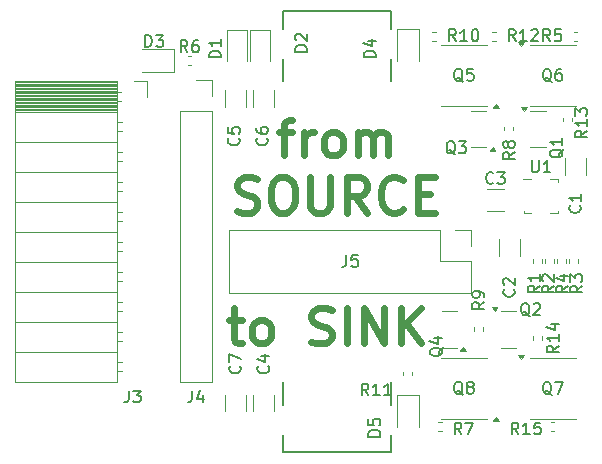
<source format=gto>
G04 #@! TF.GenerationSoftware,KiCad,Pcbnew,9.0.1-unknown-1000.20250414git3fadd20.fc41*
G04 #@! TF.CreationDate,2025-04-20T13:35:24-07:00*
G04 #@! TF.ProjectId,usb-pd-plank,7573622d-7064-42d7-906c-616e6b2e6b69,rev?*
G04 #@! TF.SameCoordinates,Original*
G04 #@! TF.FileFunction,Legend,Top*
G04 #@! TF.FilePolarity,Positive*
%FSLAX46Y46*%
G04 Gerber Fmt 4.6, Leading zero omitted, Abs format (unit mm)*
G04 Created by KiCad (PCBNEW 9.0.1-unknown-1000.20250414git3fadd20.fc41) date 2025-04-20 13:35:24*
%MOMM*%
%LPD*%
G01*
G04 APERTURE LIST*
%ADD10C,0.600000*%
%ADD11C,0.150000*%
%ADD12C,0.120000*%
G04 APERTURE END LIST*
D10*
X47042857Y-91541741D02*
X48185714Y-91541741D01*
X47471428Y-93541741D02*
X47471428Y-90970312D01*
X47471428Y-90970312D02*
X47614285Y-90684598D01*
X47614285Y-90684598D02*
X47900000Y-90541741D01*
X47900000Y-90541741D02*
X48185714Y-90541741D01*
X49185714Y-93541741D02*
X49185714Y-91541741D01*
X49185714Y-92113169D02*
X49328571Y-91827455D01*
X49328571Y-91827455D02*
X49471429Y-91684598D01*
X49471429Y-91684598D02*
X49757143Y-91541741D01*
X49757143Y-91541741D02*
X50042857Y-91541741D01*
X51471429Y-93541741D02*
X51185714Y-93398884D01*
X51185714Y-93398884D02*
X51042857Y-93256026D01*
X51042857Y-93256026D02*
X50900000Y-92970312D01*
X50900000Y-92970312D02*
X50900000Y-92113169D01*
X50900000Y-92113169D02*
X51042857Y-91827455D01*
X51042857Y-91827455D02*
X51185714Y-91684598D01*
X51185714Y-91684598D02*
X51471429Y-91541741D01*
X51471429Y-91541741D02*
X51900000Y-91541741D01*
X51900000Y-91541741D02*
X52185714Y-91684598D01*
X52185714Y-91684598D02*
X52328572Y-91827455D01*
X52328572Y-91827455D02*
X52471429Y-92113169D01*
X52471429Y-92113169D02*
X52471429Y-92970312D01*
X52471429Y-92970312D02*
X52328572Y-93256026D01*
X52328572Y-93256026D02*
X52185714Y-93398884D01*
X52185714Y-93398884D02*
X51900000Y-93541741D01*
X51900000Y-93541741D02*
X51471429Y-93541741D01*
X53757143Y-93541741D02*
X53757143Y-91541741D01*
X53757143Y-91827455D02*
X53900000Y-91684598D01*
X53900000Y-91684598D02*
X54185715Y-91541741D01*
X54185715Y-91541741D02*
X54614286Y-91541741D01*
X54614286Y-91541741D02*
X54900000Y-91684598D01*
X54900000Y-91684598D02*
X55042858Y-91970312D01*
X55042858Y-91970312D02*
X55042858Y-93541741D01*
X55042858Y-91970312D02*
X55185715Y-91684598D01*
X55185715Y-91684598D02*
X55471429Y-91541741D01*
X55471429Y-91541741D02*
X55900000Y-91541741D01*
X55900000Y-91541741D02*
X56185715Y-91684598D01*
X56185715Y-91684598D02*
X56328572Y-91970312D01*
X56328572Y-91970312D02*
X56328572Y-93541741D01*
X43542857Y-98228716D02*
X43971429Y-98371573D01*
X43971429Y-98371573D02*
X44685714Y-98371573D01*
X44685714Y-98371573D02*
X44971429Y-98228716D01*
X44971429Y-98228716D02*
X45114286Y-98085858D01*
X45114286Y-98085858D02*
X45257143Y-97800144D01*
X45257143Y-97800144D02*
X45257143Y-97514430D01*
X45257143Y-97514430D02*
X45114286Y-97228716D01*
X45114286Y-97228716D02*
X44971429Y-97085858D01*
X44971429Y-97085858D02*
X44685714Y-96943001D01*
X44685714Y-96943001D02*
X44114286Y-96800144D01*
X44114286Y-96800144D02*
X43828571Y-96657287D01*
X43828571Y-96657287D02*
X43685714Y-96514430D01*
X43685714Y-96514430D02*
X43542857Y-96228716D01*
X43542857Y-96228716D02*
X43542857Y-95943001D01*
X43542857Y-95943001D02*
X43685714Y-95657287D01*
X43685714Y-95657287D02*
X43828571Y-95514430D01*
X43828571Y-95514430D02*
X44114286Y-95371573D01*
X44114286Y-95371573D02*
X44828571Y-95371573D01*
X44828571Y-95371573D02*
X45257143Y-95514430D01*
X47114286Y-95371573D02*
X47685714Y-95371573D01*
X47685714Y-95371573D02*
X47971429Y-95514430D01*
X47971429Y-95514430D02*
X48257143Y-95800144D01*
X48257143Y-95800144D02*
X48400000Y-96371573D01*
X48400000Y-96371573D02*
X48400000Y-97371573D01*
X48400000Y-97371573D02*
X48257143Y-97943001D01*
X48257143Y-97943001D02*
X47971429Y-98228716D01*
X47971429Y-98228716D02*
X47685714Y-98371573D01*
X47685714Y-98371573D02*
X47114286Y-98371573D01*
X47114286Y-98371573D02*
X46828572Y-98228716D01*
X46828572Y-98228716D02*
X46542857Y-97943001D01*
X46542857Y-97943001D02*
X46400000Y-97371573D01*
X46400000Y-97371573D02*
X46400000Y-96371573D01*
X46400000Y-96371573D02*
X46542857Y-95800144D01*
X46542857Y-95800144D02*
X46828572Y-95514430D01*
X46828572Y-95514430D02*
X47114286Y-95371573D01*
X49685714Y-95371573D02*
X49685714Y-97800144D01*
X49685714Y-97800144D02*
X49828571Y-98085858D01*
X49828571Y-98085858D02*
X49971429Y-98228716D01*
X49971429Y-98228716D02*
X50257143Y-98371573D01*
X50257143Y-98371573D02*
X50828571Y-98371573D01*
X50828571Y-98371573D02*
X51114286Y-98228716D01*
X51114286Y-98228716D02*
X51257143Y-98085858D01*
X51257143Y-98085858D02*
X51400000Y-97800144D01*
X51400000Y-97800144D02*
X51400000Y-95371573D01*
X54542857Y-98371573D02*
X53542857Y-96943001D01*
X52828571Y-98371573D02*
X52828571Y-95371573D01*
X52828571Y-95371573D02*
X53971428Y-95371573D01*
X53971428Y-95371573D02*
X54257143Y-95514430D01*
X54257143Y-95514430D02*
X54400000Y-95657287D01*
X54400000Y-95657287D02*
X54542857Y-95943001D01*
X54542857Y-95943001D02*
X54542857Y-96371573D01*
X54542857Y-96371573D02*
X54400000Y-96657287D01*
X54400000Y-96657287D02*
X54257143Y-96800144D01*
X54257143Y-96800144D02*
X53971428Y-96943001D01*
X53971428Y-96943001D02*
X52828571Y-96943001D01*
X57542857Y-98085858D02*
X57400000Y-98228716D01*
X57400000Y-98228716D02*
X56971428Y-98371573D01*
X56971428Y-98371573D02*
X56685714Y-98371573D01*
X56685714Y-98371573D02*
X56257143Y-98228716D01*
X56257143Y-98228716D02*
X55971428Y-97943001D01*
X55971428Y-97943001D02*
X55828571Y-97657287D01*
X55828571Y-97657287D02*
X55685714Y-97085858D01*
X55685714Y-97085858D02*
X55685714Y-96657287D01*
X55685714Y-96657287D02*
X55828571Y-96085858D01*
X55828571Y-96085858D02*
X55971428Y-95800144D01*
X55971428Y-95800144D02*
X56257143Y-95514430D01*
X56257143Y-95514430D02*
X56685714Y-95371573D01*
X56685714Y-95371573D02*
X56971428Y-95371573D01*
X56971428Y-95371573D02*
X57400000Y-95514430D01*
X57400000Y-95514430D02*
X57542857Y-95657287D01*
X58828571Y-96800144D02*
X59828571Y-96800144D01*
X60257143Y-98371573D02*
X58828571Y-98371573D01*
X58828571Y-98371573D02*
X58828571Y-95371573D01*
X58828571Y-95371573D02*
X60257143Y-95371573D01*
X42814286Y-107456657D02*
X43957143Y-107456657D01*
X43242857Y-106456657D02*
X43242857Y-109028085D01*
X43242857Y-109028085D02*
X43385714Y-109313800D01*
X43385714Y-109313800D02*
X43671429Y-109456657D01*
X43671429Y-109456657D02*
X43957143Y-109456657D01*
X45385715Y-109456657D02*
X45100000Y-109313800D01*
X45100000Y-109313800D02*
X44957143Y-109170942D01*
X44957143Y-109170942D02*
X44814286Y-108885228D01*
X44814286Y-108885228D02*
X44814286Y-108028085D01*
X44814286Y-108028085D02*
X44957143Y-107742371D01*
X44957143Y-107742371D02*
X45100000Y-107599514D01*
X45100000Y-107599514D02*
X45385715Y-107456657D01*
X45385715Y-107456657D02*
X45814286Y-107456657D01*
X45814286Y-107456657D02*
X46100000Y-107599514D01*
X46100000Y-107599514D02*
X46242858Y-107742371D01*
X46242858Y-107742371D02*
X46385715Y-108028085D01*
X46385715Y-108028085D02*
X46385715Y-108885228D01*
X46385715Y-108885228D02*
X46242858Y-109170942D01*
X46242858Y-109170942D02*
X46100000Y-109313800D01*
X46100000Y-109313800D02*
X45814286Y-109456657D01*
X45814286Y-109456657D02*
X45385715Y-109456657D01*
X49814286Y-109313800D02*
X50242858Y-109456657D01*
X50242858Y-109456657D02*
X50957143Y-109456657D01*
X50957143Y-109456657D02*
X51242858Y-109313800D01*
X51242858Y-109313800D02*
X51385715Y-109170942D01*
X51385715Y-109170942D02*
X51528572Y-108885228D01*
X51528572Y-108885228D02*
X51528572Y-108599514D01*
X51528572Y-108599514D02*
X51385715Y-108313800D01*
X51385715Y-108313800D02*
X51242858Y-108170942D01*
X51242858Y-108170942D02*
X50957143Y-108028085D01*
X50957143Y-108028085D02*
X50385715Y-107885228D01*
X50385715Y-107885228D02*
X50100000Y-107742371D01*
X50100000Y-107742371D02*
X49957143Y-107599514D01*
X49957143Y-107599514D02*
X49814286Y-107313800D01*
X49814286Y-107313800D02*
X49814286Y-107028085D01*
X49814286Y-107028085D02*
X49957143Y-106742371D01*
X49957143Y-106742371D02*
X50100000Y-106599514D01*
X50100000Y-106599514D02*
X50385715Y-106456657D01*
X50385715Y-106456657D02*
X51100000Y-106456657D01*
X51100000Y-106456657D02*
X51528572Y-106599514D01*
X52814286Y-109456657D02*
X52814286Y-106456657D01*
X54242857Y-109456657D02*
X54242857Y-106456657D01*
X54242857Y-106456657D02*
X55957143Y-109456657D01*
X55957143Y-109456657D02*
X55957143Y-106456657D01*
X57385714Y-109456657D02*
X57385714Y-106456657D01*
X59100000Y-109456657D02*
X57814286Y-107742371D01*
X59100000Y-106456657D02*
X57385714Y-108170942D01*
D11*
X69154819Y-104566666D02*
X68678628Y-104899999D01*
X69154819Y-105138094D02*
X68154819Y-105138094D01*
X68154819Y-105138094D02*
X68154819Y-104757142D01*
X68154819Y-104757142D02*
X68202438Y-104661904D01*
X68202438Y-104661904D02*
X68250057Y-104614285D01*
X68250057Y-104614285D02*
X68345295Y-104566666D01*
X68345295Y-104566666D02*
X68488152Y-104566666D01*
X68488152Y-104566666D02*
X68583390Y-104614285D01*
X68583390Y-104614285D02*
X68631009Y-104661904D01*
X68631009Y-104661904D02*
X68678628Y-104757142D01*
X68678628Y-104757142D02*
X68678628Y-105138094D01*
X69154819Y-103614285D02*
X69154819Y-104185713D01*
X69154819Y-103899999D02*
X68154819Y-103899999D01*
X68154819Y-103899999D02*
X68297676Y-103995237D01*
X68297676Y-103995237D02*
X68392914Y-104090475D01*
X68392914Y-104090475D02*
X68440533Y-104185713D01*
X70154761Y-87300057D02*
X70059523Y-87252438D01*
X70059523Y-87252438D02*
X69964285Y-87157200D01*
X69964285Y-87157200D02*
X69821428Y-87014342D01*
X69821428Y-87014342D02*
X69726190Y-86966723D01*
X69726190Y-86966723D02*
X69630952Y-86966723D01*
X69678571Y-87204819D02*
X69583333Y-87157200D01*
X69583333Y-87157200D02*
X69488095Y-87061961D01*
X69488095Y-87061961D02*
X69440476Y-86871485D01*
X69440476Y-86871485D02*
X69440476Y-86538152D01*
X69440476Y-86538152D02*
X69488095Y-86347676D01*
X69488095Y-86347676D02*
X69583333Y-86252438D01*
X69583333Y-86252438D02*
X69678571Y-86204819D01*
X69678571Y-86204819D02*
X69869047Y-86204819D01*
X69869047Y-86204819D02*
X69964285Y-86252438D01*
X69964285Y-86252438D02*
X70059523Y-86347676D01*
X70059523Y-86347676D02*
X70107142Y-86538152D01*
X70107142Y-86538152D02*
X70107142Y-86871485D01*
X70107142Y-86871485D02*
X70059523Y-87061961D01*
X70059523Y-87061961D02*
X69964285Y-87157200D01*
X69964285Y-87157200D02*
X69869047Y-87204819D01*
X69869047Y-87204819D02*
X69678571Y-87204819D01*
X70964285Y-86204819D02*
X70773809Y-86204819D01*
X70773809Y-86204819D02*
X70678571Y-86252438D01*
X70678571Y-86252438D02*
X70630952Y-86300057D01*
X70630952Y-86300057D02*
X70535714Y-86442914D01*
X70535714Y-86442914D02*
X70488095Y-86633390D01*
X70488095Y-86633390D02*
X70488095Y-87014342D01*
X70488095Y-87014342D02*
X70535714Y-87109580D01*
X70535714Y-87109580D02*
X70583333Y-87157200D01*
X70583333Y-87157200D02*
X70678571Y-87204819D01*
X70678571Y-87204819D02*
X70869047Y-87204819D01*
X70869047Y-87204819D02*
X70964285Y-87157200D01*
X70964285Y-87157200D02*
X71011904Y-87109580D01*
X71011904Y-87109580D02*
X71059523Y-87014342D01*
X71059523Y-87014342D02*
X71059523Y-86776247D01*
X71059523Y-86776247D02*
X71011904Y-86681009D01*
X71011904Y-86681009D02*
X70964285Y-86633390D01*
X70964285Y-86633390D02*
X70869047Y-86585771D01*
X70869047Y-86585771D02*
X70678571Y-86585771D01*
X70678571Y-86585771D02*
X70583333Y-86633390D01*
X70583333Y-86633390D02*
X70535714Y-86681009D01*
X70535714Y-86681009D02*
X70488095Y-86776247D01*
X70033333Y-83854819D02*
X69700000Y-83378628D01*
X69461905Y-83854819D02*
X69461905Y-82854819D01*
X69461905Y-82854819D02*
X69842857Y-82854819D01*
X69842857Y-82854819D02*
X69938095Y-82902438D01*
X69938095Y-82902438D02*
X69985714Y-82950057D01*
X69985714Y-82950057D02*
X70033333Y-83045295D01*
X70033333Y-83045295D02*
X70033333Y-83188152D01*
X70033333Y-83188152D02*
X69985714Y-83283390D01*
X69985714Y-83283390D02*
X69938095Y-83331009D01*
X69938095Y-83331009D02*
X69842857Y-83378628D01*
X69842857Y-83378628D02*
X69461905Y-83378628D01*
X70938095Y-82854819D02*
X70461905Y-82854819D01*
X70461905Y-82854819D02*
X70414286Y-83331009D01*
X70414286Y-83331009D02*
X70461905Y-83283390D01*
X70461905Y-83283390D02*
X70557143Y-83235771D01*
X70557143Y-83235771D02*
X70795238Y-83235771D01*
X70795238Y-83235771D02*
X70890476Y-83283390D01*
X70890476Y-83283390D02*
X70938095Y-83331009D01*
X70938095Y-83331009D02*
X70985714Y-83426247D01*
X70985714Y-83426247D02*
X70985714Y-83664342D01*
X70985714Y-83664342D02*
X70938095Y-83759580D01*
X70938095Y-83759580D02*
X70890476Y-83807200D01*
X70890476Y-83807200D02*
X70795238Y-83854819D01*
X70795238Y-83854819D02*
X70557143Y-83854819D01*
X70557143Y-83854819D02*
X70461905Y-83807200D01*
X70461905Y-83807200D02*
X70414286Y-83759580D01*
X67107142Y-83854819D02*
X66773809Y-83378628D01*
X66535714Y-83854819D02*
X66535714Y-82854819D01*
X66535714Y-82854819D02*
X66916666Y-82854819D01*
X66916666Y-82854819D02*
X67011904Y-82902438D01*
X67011904Y-82902438D02*
X67059523Y-82950057D01*
X67059523Y-82950057D02*
X67107142Y-83045295D01*
X67107142Y-83045295D02*
X67107142Y-83188152D01*
X67107142Y-83188152D02*
X67059523Y-83283390D01*
X67059523Y-83283390D02*
X67011904Y-83331009D01*
X67011904Y-83331009D02*
X66916666Y-83378628D01*
X66916666Y-83378628D02*
X66535714Y-83378628D01*
X68059523Y-83854819D02*
X67488095Y-83854819D01*
X67773809Y-83854819D02*
X67773809Y-82854819D01*
X67773809Y-82854819D02*
X67678571Y-82997676D01*
X67678571Y-82997676D02*
X67583333Y-83092914D01*
X67583333Y-83092914D02*
X67488095Y-83140533D01*
X68440476Y-82950057D02*
X68488095Y-82902438D01*
X68488095Y-82902438D02*
X68583333Y-82854819D01*
X68583333Y-82854819D02*
X68821428Y-82854819D01*
X68821428Y-82854819D02*
X68916666Y-82902438D01*
X68916666Y-82902438D02*
X68964285Y-82950057D01*
X68964285Y-82950057D02*
X69011904Y-83045295D01*
X69011904Y-83045295D02*
X69011904Y-83140533D01*
X69011904Y-83140533D02*
X68964285Y-83283390D01*
X68964285Y-83283390D02*
X68392857Y-83854819D01*
X68392857Y-83854819D02*
X69011904Y-83854819D01*
X66959580Y-104866666D02*
X67007200Y-104914285D01*
X67007200Y-104914285D02*
X67054819Y-105057142D01*
X67054819Y-105057142D02*
X67054819Y-105152380D01*
X67054819Y-105152380D02*
X67007200Y-105295237D01*
X67007200Y-105295237D02*
X66911961Y-105390475D01*
X66911961Y-105390475D02*
X66816723Y-105438094D01*
X66816723Y-105438094D02*
X66626247Y-105485713D01*
X66626247Y-105485713D02*
X66483390Y-105485713D01*
X66483390Y-105485713D02*
X66292914Y-105438094D01*
X66292914Y-105438094D02*
X66197676Y-105390475D01*
X66197676Y-105390475D02*
X66102438Y-105295237D01*
X66102438Y-105295237D02*
X66054819Y-105152380D01*
X66054819Y-105152380D02*
X66054819Y-105057142D01*
X66054819Y-105057142D02*
X66102438Y-104914285D01*
X66102438Y-104914285D02*
X66150057Y-104866666D01*
X66150057Y-104485713D02*
X66102438Y-104438094D01*
X66102438Y-104438094D02*
X66054819Y-104342856D01*
X66054819Y-104342856D02*
X66054819Y-104104761D01*
X66054819Y-104104761D02*
X66102438Y-104009523D01*
X66102438Y-104009523D02*
X66150057Y-103961904D01*
X66150057Y-103961904D02*
X66245295Y-103914285D01*
X66245295Y-103914285D02*
X66340533Y-103914285D01*
X66340533Y-103914285D02*
X66483390Y-103961904D01*
X66483390Y-103961904D02*
X67054819Y-104533332D01*
X67054819Y-104533332D02*
X67054819Y-103914285D01*
X60950057Y-109795238D02*
X60902438Y-109890476D01*
X60902438Y-109890476D02*
X60807200Y-109985714D01*
X60807200Y-109985714D02*
X60664342Y-110128571D01*
X60664342Y-110128571D02*
X60616723Y-110223809D01*
X60616723Y-110223809D02*
X60616723Y-110319047D01*
X60854819Y-110271428D02*
X60807200Y-110366666D01*
X60807200Y-110366666D02*
X60711961Y-110461904D01*
X60711961Y-110461904D02*
X60521485Y-110509523D01*
X60521485Y-110509523D02*
X60188152Y-110509523D01*
X60188152Y-110509523D02*
X59997676Y-110461904D01*
X59997676Y-110461904D02*
X59902438Y-110366666D01*
X59902438Y-110366666D02*
X59854819Y-110271428D01*
X59854819Y-110271428D02*
X59854819Y-110080952D01*
X59854819Y-110080952D02*
X59902438Y-109985714D01*
X59902438Y-109985714D02*
X59997676Y-109890476D01*
X59997676Y-109890476D02*
X60188152Y-109842857D01*
X60188152Y-109842857D02*
X60521485Y-109842857D01*
X60521485Y-109842857D02*
X60711961Y-109890476D01*
X60711961Y-109890476D02*
X60807200Y-109985714D01*
X60807200Y-109985714D02*
X60854819Y-110080952D01*
X60854819Y-110080952D02*
X60854819Y-110271428D01*
X60188152Y-108985714D02*
X60854819Y-108985714D01*
X59807200Y-109223809D02*
X60521485Y-109461904D01*
X60521485Y-109461904D02*
X60521485Y-108842857D01*
X42154819Y-85238094D02*
X41154819Y-85238094D01*
X41154819Y-85238094D02*
X41154819Y-84999999D01*
X41154819Y-84999999D02*
X41202438Y-84857142D01*
X41202438Y-84857142D02*
X41297676Y-84761904D01*
X41297676Y-84761904D02*
X41392914Y-84714285D01*
X41392914Y-84714285D02*
X41583390Y-84666666D01*
X41583390Y-84666666D02*
X41726247Y-84666666D01*
X41726247Y-84666666D02*
X41916723Y-84714285D01*
X41916723Y-84714285D02*
X42011961Y-84761904D01*
X42011961Y-84761904D02*
X42107200Y-84857142D01*
X42107200Y-84857142D02*
X42154819Y-84999999D01*
X42154819Y-84999999D02*
X42154819Y-85238094D01*
X42154819Y-83714285D02*
X42154819Y-84285713D01*
X42154819Y-83999999D02*
X41154819Y-83999999D01*
X41154819Y-83999999D02*
X41297676Y-84095237D01*
X41297676Y-84095237D02*
X41392914Y-84190475D01*
X41392914Y-84190475D02*
X41440533Y-84285713D01*
X34366666Y-113454819D02*
X34366666Y-114169104D01*
X34366666Y-114169104D02*
X34319047Y-114311961D01*
X34319047Y-114311961D02*
X34223809Y-114407200D01*
X34223809Y-114407200D02*
X34080952Y-114454819D01*
X34080952Y-114454819D02*
X33985714Y-114454819D01*
X34747619Y-113454819D02*
X35366666Y-113454819D01*
X35366666Y-113454819D02*
X35033333Y-113835771D01*
X35033333Y-113835771D02*
X35176190Y-113835771D01*
X35176190Y-113835771D02*
X35271428Y-113883390D01*
X35271428Y-113883390D02*
X35319047Y-113931009D01*
X35319047Y-113931009D02*
X35366666Y-114026247D01*
X35366666Y-114026247D02*
X35366666Y-114264342D01*
X35366666Y-114264342D02*
X35319047Y-114359580D01*
X35319047Y-114359580D02*
X35271428Y-114407200D01*
X35271428Y-114407200D02*
X35176190Y-114454819D01*
X35176190Y-114454819D02*
X34890476Y-114454819D01*
X34890476Y-114454819D02*
X34795238Y-114407200D01*
X34795238Y-114407200D02*
X34747619Y-114359580D01*
X62654761Y-87300057D02*
X62559523Y-87252438D01*
X62559523Y-87252438D02*
X62464285Y-87157200D01*
X62464285Y-87157200D02*
X62321428Y-87014342D01*
X62321428Y-87014342D02*
X62226190Y-86966723D01*
X62226190Y-86966723D02*
X62130952Y-86966723D01*
X62178571Y-87204819D02*
X62083333Y-87157200D01*
X62083333Y-87157200D02*
X61988095Y-87061961D01*
X61988095Y-87061961D02*
X61940476Y-86871485D01*
X61940476Y-86871485D02*
X61940476Y-86538152D01*
X61940476Y-86538152D02*
X61988095Y-86347676D01*
X61988095Y-86347676D02*
X62083333Y-86252438D01*
X62083333Y-86252438D02*
X62178571Y-86204819D01*
X62178571Y-86204819D02*
X62369047Y-86204819D01*
X62369047Y-86204819D02*
X62464285Y-86252438D01*
X62464285Y-86252438D02*
X62559523Y-86347676D01*
X62559523Y-86347676D02*
X62607142Y-86538152D01*
X62607142Y-86538152D02*
X62607142Y-86871485D01*
X62607142Y-86871485D02*
X62559523Y-87061961D01*
X62559523Y-87061961D02*
X62464285Y-87157200D01*
X62464285Y-87157200D02*
X62369047Y-87204819D01*
X62369047Y-87204819D02*
X62178571Y-87204819D01*
X63511904Y-86204819D02*
X63035714Y-86204819D01*
X63035714Y-86204819D02*
X62988095Y-86681009D01*
X62988095Y-86681009D02*
X63035714Y-86633390D01*
X63035714Y-86633390D02*
X63130952Y-86585771D01*
X63130952Y-86585771D02*
X63369047Y-86585771D01*
X63369047Y-86585771D02*
X63464285Y-86633390D01*
X63464285Y-86633390D02*
X63511904Y-86681009D01*
X63511904Y-86681009D02*
X63559523Y-86776247D01*
X63559523Y-86776247D02*
X63559523Y-87014342D01*
X63559523Y-87014342D02*
X63511904Y-87109580D01*
X63511904Y-87109580D02*
X63464285Y-87157200D01*
X63464285Y-87157200D02*
X63369047Y-87204819D01*
X63369047Y-87204819D02*
X63130952Y-87204819D01*
X63130952Y-87204819D02*
X63035714Y-87157200D01*
X63035714Y-87157200D02*
X62988095Y-87109580D01*
X55654819Y-117338094D02*
X54654819Y-117338094D01*
X54654819Y-117338094D02*
X54654819Y-117099999D01*
X54654819Y-117099999D02*
X54702438Y-116957142D01*
X54702438Y-116957142D02*
X54797676Y-116861904D01*
X54797676Y-116861904D02*
X54892914Y-116814285D01*
X54892914Y-116814285D02*
X55083390Y-116766666D01*
X55083390Y-116766666D02*
X55226247Y-116766666D01*
X55226247Y-116766666D02*
X55416723Y-116814285D01*
X55416723Y-116814285D02*
X55511961Y-116861904D01*
X55511961Y-116861904D02*
X55607200Y-116957142D01*
X55607200Y-116957142D02*
X55654819Y-117099999D01*
X55654819Y-117099999D02*
X55654819Y-117338094D01*
X54654819Y-115861904D02*
X54654819Y-116338094D01*
X54654819Y-116338094D02*
X55131009Y-116385713D01*
X55131009Y-116385713D02*
X55083390Y-116338094D01*
X55083390Y-116338094D02*
X55035771Y-116242856D01*
X55035771Y-116242856D02*
X55035771Y-116004761D01*
X55035771Y-116004761D02*
X55083390Y-115909523D01*
X55083390Y-115909523D02*
X55131009Y-115861904D01*
X55131009Y-115861904D02*
X55226247Y-115814285D01*
X55226247Y-115814285D02*
X55464342Y-115814285D01*
X55464342Y-115814285D02*
X55559580Y-115861904D01*
X55559580Y-115861904D02*
X55607200Y-115909523D01*
X55607200Y-115909523D02*
X55654819Y-116004761D01*
X55654819Y-116004761D02*
X55654819Y-116242856D01*
X55654819Y-116242856D02*
X55607200Y-116338094D01*
X55607200Y-116338094D02*
X55559580Y-116385713D01*
X70154761Y-113800057D02*
X70059523Y-113752438D01*
X70059523Y-113752438D02*
X69964285Y-113657200D01*
X69964285Y-113657200D02*
X69821428Y-113514342D01*
X69821428Y-113514342D02*
X69726190Y-113466723D01*
X69726190Y-113466723D02*
X69630952Y-113466723D01*
X69678571Y-113704819D02*
X69583333Y-113657200D01*
X69583333Y-113657200D02*
X69488095Y-113561961D01*
X69488095Y-113561961D02*
X69440476Y-113371485D01*
X69440476Y-113371485D02*
X69440476Y-113038152D01*
X69440476Y-113038152D02*
X69488095Y-112847676D01*
X69488095Y-112847676D02*
X69583333Y-112752438D01*
X69583333Y-112752438D02*
X69678571Y-112704819D01*
X69678571Y-112704819D02*
X69869047Y-112704819D01*
X69869047Y-112704819D02*
X69964285Y-112752438D01*
X69964285Y-112752438D02*
X70059523Y-112847676D01*
X70059523Y-112847676D02*
X70107142Y-113038152D01*
X70107142Y-113038152D02*
X70107142Y-113371485D01*
X70107142Y-113371485D02*
X70059523Y-113561961D01*
X70059523Y-113561961D02*
X69964285Y-113657200D01*
X69964285Y-113657200D02*
X69869047Y-113704819D01*
X69869047Y-113704819D02*
X69678571Y-113704819D01*
X70440476Y-112704819D02*
X71107142Y-112704819D01*
X71107142Y-112704819D02*
X70678571Y-113704819D01*
X62533333Y-117154819D02*
X62200000Y-116678628D01*
X61961905Y-117154819D02*
X61961905Y-116154819D01*
X61961905Y-116154819D02*
X62342857Y-116154819D01*
X62342857Y-116154819D02*
X62438095Y-116202438D01*
X62438095Y-116202438D02*
X62485714Y-116250057D01*
X62485714Y-116250057D02*
X62533333Y-116345295D01*
X62533333Y-116345295D02*
X62533333Y-116488152D01*
X62533333Y-116488152D02*
X62485714Y-116583390D01*
X62485714Y-116583390D02*
X62438095Y-116631009D01*
X62438095Y-116631009D02*
X62342857Y-116678628D01*
X62342857Y-116678628D02*
X61961905Y-116678628D01*
X62866667Y-116154819D02*
X63533333Y-116154819D01*
X63533333Y-116154819D02*
X63104762Y-117154819D01*
X68304761Y-107150057D02*
X68209523Y-107102438D01*
X68209523Y-107102438D02*
X68114285Y-107007200D01*
X68114285Y-107007200D02*
X67971428Y-106864342D01*
X67971428Y-106864342D02*
X67876190Y-106816723D01*
X67876190Y-106816723D02*
X67780952Y-106816723D01*
X67828571Y-107054819D02*
X67733333Y-107007200D01*
X67733333Y-107007200D02*
X67638095Y-106911961D01*
X67638095Y-106911961D02*
X67590476Y-106721485D01*
X67590476Y-106721485D02*
X67590476Y-106388152D01*
X67590476Y-106388152D02*
X67638095Y-106197676D01*
X67638095Y-106197676D02*
X67733333Y-106102438D01*
X67733333Y-106102438D02*
X67828571Y-106054819D01*
X67828571Y-106054819D02*
X68019047Y-106054819D01*
X68019047Y-106054819D02*
X68114285Y-106102438D01*
X68114285Y-106102438D02*
X68209523Y-106197676D01*
X68209523Y-106197676D02*
X68257142Y-106388152D01*
X68257142Y-106388152D02*
X68257142Y-106721485D01*
X68257142Y-106721485D02*
X68209523Y-106911961D01*
X68209523Y-106911961D02*
X68114285Y-107007200D01*
X68114285Y-107007200D02*
X68019047Y-107054819D01*
X68019047Y-107054819D02*
X67828571Y-107054819D01*
X68638095Y-106150057D02*
X68685714Y-106102438D01*
X68685714Y-106102438D02*
X68780952Y-106054819D01*
X68780952Y-106054819D02*
X69019047Y-106054819D01*
X69019047Y-106054819D02*
X69114285Y-106102438D01*
X69114285Y-106102438D02*
X69161904Y-106150057D01*
X69161904Y-106150057D02*
X69209523Y-106245295D01*
X69209523Y-106245295D02*
X69209523Y-106340533D01*
X69209523Y-106340533D02*
X69161904Y-106483390D01*
X69161904Y-106483390D02*
X68590476Y-107054819D01*
X68590476Y-107054819D02*
X69209523Y-107054819D01*
X46159580Y-111366666D02*
X46207200Y-111414285D01*
X46207200Y-111414285D02*
X46254819Y-111557142D01*
X46254819Y-111557142D02*
X46254819Y-111652380D01*
X46254819Y-111652380D02*
X46207200Y-111795237D01*
X46207200Y-111795237D02*
X46111961Y-111890475D01*
X46111961Y-111890475D02*
X46016723Y-111938094D01*
X46016723Y-111938094D02*
X45826247Y-111985713D01*
X45826247Y-111985713D02*
X45683390Y-111985713D01*
X45683390Y-111985713D02*
X45492914Y-111938094D01*
X45492914Y-111938094D02*
X45397676Y-111890475D01*
X45397676Y-111890475D02*
X45302438Y-111795237D01*
X45302438Y-111795237D02*
X45254819Y-111652380D01*
X45254819Y-111652380D02*
X45254819Y-111557142D01*
X45254819Y-111557142D02*
X45302438Y-111414285D01*
X45302438Y-111414285D02*
X45350057Y-111366666D01*
X45588152Y-110509523D02*
X46254819Y-110509523D01*
X45207200Y-110747618D02*
X45921485Y-110985713D01*
X45921485Y-110985713D02*
X45921485Y-110366666D01*
X62654761Y-113800057D02*
X62559523Y-113752438D01*
X62559523Y-113752438D02*
X62464285Y-113657200D01*
X62464285Y-113657200D02*
X62321428Y-113514342D01*
X62321428Y-113514342D02*
X62226190Y-113466723D01*
X62226190Y-113466723D02*
X62130952Y-113466723D01*
X62178571Y-113704819D02*
X62083333Y-113657200D01*
X62083333Y-113657200D02*
X61988095Y-113561961D01*
X61988095Y-113561961D02*
X61940476Y-113371485D01*
X61940476Y-113371485D02*
X61940476Y-113038152D01*
X61940476Y-113038152D02*
X61988095Y-112847676D01*
X61988095Y-112847676D02*
X62083333Y-112752438D01*
X62083333Y-112752438D02*
X62178571Y-112704819D01*
X62178571Y-112704819D02*
X62369047Y-112704819D01*
X62369047Y-112704819D02*
X62464285Y-112752438D01*
X62464285Y-112752438D02*
X62559523Y-112847676D01*
X62559523Y-112847676D02*
X62607142Y-113038152D01*
X62607142Y-113038152D02*
X62607142Y-113371485D01*
X62607142Y-113371485D02*
X62559523Y-113561961D01*
X62559523Y-113561961D02*
X62464285Y-113657200D01*
X62464285Y-113657200D02*
X62369047Y-113704819D01*
X62369047Y-113704819D02*
X62178571Y-113704819D01*
X63178571Y-113133390D02*
X63083333Y-113085771D01*
X63083333Y-113085771D02*
X63035714Y-113038152D01*
X63035714Y-113038152D02*
X62988095Y-112942914D01*
X62988095Y-112942914D02*
X62988095Y-112895295D01*
X62988095Y-112895295D02*
X63035714Y-112800057D01*
X63035714Y-112800057D02*
X63083333Y-112752438D01*
X63083333Y-112752438D02*
X63178571Y-112704819D01*
X63178571Y-112704819D02*
X63369047Y-112704819D01*
X63369047Y-112704819D02*
X63464285Y-112752438D01*
X63464285Y-112752438D02*
X63511904Y-112800057D01*
X63511904Y-112800057D02*
X63559523Y-112895295D01*
X63559523Y-112895295D02*
X63559523Y-112942914D01*
X63559523Y-112942914D02*
X63511904Y-113038152D01*
X63511904Y-113038152D02*
X63464285Y-113085771D01*
X63464285Y-113085771D02*
X63369047Y-113133390D01*
X63369047Y-113133390D02*
X63178571Y-113133390D01*
X63178571Y-113133390D02*
X63083333Y-113181009D01*
X63083333Y-113181009D02*
X63035714Y-113228628D01*
X63035714Y-113228628D02*
X62988095Y-113323866D01*
X62988095Y-113323866D02*
X62988095Y-113514342D01*
X62988095Y-113514342D02*
X63035714Y-113609580D01*
X63035714Y-113609580D02*
X63083333Y-113657200D01*
X63083333Y-113657200D02*
X63178571Y-113704819D01*
X63178571Y-113704819D02*
X63369047Y-113704819D01*
X63369047Y-113704819D02*
X63464285Y-113657200D01*
X63464285Y-113657200D02*
X63511904Y-113609580D01*
X63511904Y-113609580D02*
X63559523Y-113514342D01*
X63559523Y-113514342D02*
X63559523Y-113323866D01*
X63559523Y-113323866D02*
X63511904Y-113228628D01*
X63511904Y-113228628D02*
X63464285Y-113181009D01*
X63464285Y-113181009D02*
X63369047Y-113133390D01*
X72754819Y-104566666D02*
X72278628Y-104899999D01*
X72754819Y-105138094D02*
X71754819Y-105138094D01*
X71754819Y-105138094D02*
X71754819Y-104757142D01*
X71754819Y-104757142D02*
X71802438Y-104661904D01*
X71802438Y-104661904D02*
X71850057Y-104614285D01*
X71850057Y-104614285D02*
X71945295Y-104566666D01*
X71945295Y-104566666D02*
X72088152Y-104566666D01*
X72088152Y-104566666D02*
X72183390Y-104614285D01*
X72183390Y-104614285D02*
X72231009Y-104661904D01*
X72231009Y-104661904D02*
X72278628Y-104757142D01*
X72278628Y-104757142D02*
X72278628Y-105138094D01*
X71754819Y-104233332D02*
X71754819Y-103614285D01*
X71754819Y-103614285D02*
X72135771Y-103947618D01*
X72135771Y-103947618D02*
X72135771Y-103804761D01*
X72135771Y-103804761D02*
X72183390Y-103709523D01*
X72183390Y-103709523D02*
X72231009Y-103661904D01*
X72231009Y-103661904D02*
X72326247Y-103614285D01*
X72326247Y-103614285D02*
X72564342Y-103614285D01*
X72564342Y-103614285D02*
X72659580Y-103661904D01*
X72659580Y-103661904D02*
X72707200Y-103709523D01*
X72707200Y-103709523D02*
X72754819Y-103804761D01*
X72754819Y-103804761D02*
X72754819Y-104090475D01*
X72754819Y-104090475D02*
X72707200Y-104185713D01*
X72707200Y-104185713D02*
X72659580Y-104233332D01*
X70754819Y-109642857D02*
X70278628Y-109976190D01*
X70754819Y-110214285D02*
X69754819Y-110214285D01*
X69754819Y-110214285D02*
X69754819Y-109833333D01*
X69754819Y-109833333D02*
X69802438Y-109738095D01*
X69802438Y-109738095D02*
X69850057Y-109690476D01*
X69850057Y-109690476D02*
X69945295Y-109642857D01*
X69945295Y-109642857D02*
X70088152Y-109642857D01*
X70088152Y-109642857D02*
X70183390Y-109690476D01*
X70183390Y-109690476D02*
X70231009Y-109738095D01*
X70231009Y-109738095D02*
X70278628Y-109833333D01*
X70278628Y-109833333D02*
X70278628Y-110214285D01*
X70754819Y-108690476D02*
X70754819Y-109261904D01*
X70754819Y-108976190D02*
X69754819Y-108976190D01*
X69754819Y-108976190D02*
X69897676Y-109071428D01*
X69897676Y-109071428D02*
X69992914Y-109166666D01*
X69992914Y-109166666D02*
X70040533Y-109261904D01*
X70088152Y-107833333D02*
X70754819Y-107833333D01*
X69707200Y-108071428D02*
X70421485Y-108309523D01*
X70421485Y-108309523D02*
X70421485Y-107690476D01*
X52776666Y-101954819D02*
X52776666Y-102669104D01*
X52776666Y-102669104D02*
X52729047Y-102811961D01*
X52729047Y-102811961D02*
X52633809Y-102907200D01*
X52633809Y-102907200D02*
X52490952Y-102954819D01*
X52490952Y-102954819D02*
X52395714Y-102954819D01*
X53729047Y-101954819D02*
X53252857Y-101954819D01*
X53252857Y-101954819D02*
X53205238Y-102431009D01*
X53205238Y-102431009D02*
X53252857Y-102383390D01*
X53252857Y-102383390D02*
X53348095Y-102335771D01*
X53348095Y-102335771D02*
X53586190Y-102335771D01*
X53586190Y-102335771D02*
X53681428Y-102383390D01*
X53681428Y-102383390D02*
X53729047Y-102431009D01*
X53729047Y-102431009D02*
X53776666Y-102526247D01*
X53776666Y-102526247D02*
X53776666Y-102764342D01*
X53776666Y-102764342D02*
X53729047Y-102859580D01*
X53729047Y-102859580D02*
X53681428Y-102907200D01*
X53681428Y-102907200D02*
X53586190Y-102954819D01*
X53586190Y-102954819D02*
X53348095Y-102954819D01*
X53348095Y-102954819D02*
X53252857Y-102907200D01*
X53252857Y-102907200D02*
X53205238Y-102859580D01*
X54657142Y-113854819D02*
X54323809Y-113378628D01*
X54085714Y-113854819D02*
X54085714Y-112854819D01*
X54085714Y-112854819D02*
X54466666Y-112854819D01*
X54466666Y-112854819D02*
X54561904Y-112902438D01*
X54561904Y-112902438D02*
X54609523Y-112950057D01*
X54609523Y-112950057D02*
X54657142Y-113045295D01*
X54657142Y-113045295D02*
X54657142Y-113188152D01*
X54657142Y-113188152D02*
X54609523Y-113283390D01*
X54609523Y-113283390D02*
X54561904Y-113331009D01*
X54561904Y-113331009D02*
X54466666Y-113378628D01*
X54466666Y-113378628D02*
X54085714Y-113378628D01*
X55609523Y-113854819D02*
X55038095Y-113854819D01*
X55323809Y-113854819D02*
X55323809Y-112854819D01*
X55323809Y-112854819D02*
X55228571Y-112997676D01*
X55228571Y-112997676D02*
X55133333Y-113092914D01*
X55133333Y-113092914D02*
X55038095Y-113140533D01*
X56561904Y-113854819D02*
X55990476Y-113854819D01*
X56276190Y-113854819D02*
X56276190Y-112854819D01*
X56276190Y-112854819D02*
X56180952Y-112997676D01*
X56180952Y-112997676D02*
X56085714Y-113092914D01*
X56085714Y-113092914D02*
X55990476Y-113140533D01*
X55254819Y-85238094D02*
X54254819Y-85238094D01*
X54254819Y-85238094D02*
X54254819Y-84999999D01*
X54254819Y-84999999D02*
X54302438Y-84857142D01*
X54302438Y-84857142D02*
X54397676Y-84761904D01*
X54397676Y-84761904D02*
X54492914Y-84714285D01*
X54492914Y-84714285D02*
X54683390Y-84666666D01*
X54683390Y-84666666D02*
X54826247Y-84666666D01*
X54826247Y-84666666D02*
X55016723Y-84714285D01*
X55016723Y-84714285D02*
X55111961Y-84761904D01*
X55111961Y-84761904D02*
X55207200Y-84857142D01*
X55207200Y-84857142D02*
X55254819Y-84999999D01*
X55254819Y-84999999D02*
X55254819Y-85238094D01*
X54588152Y-83809523D02*
X55254819Y-83809523D01*
X54207200Y-84047618D02*
X54921485Y-84285713D01*
X54921485Y-84285713D02*
X54921485Y-83666666D01*
X62057142Y-83854819D02*
X61723809Y-83378628D01*
X61485714Y-83854819D02*
X61485714Y-82854819D01*
X61485714Y-82854819D02*
X61866666Y-82854819D01*
X61866666Y-82854819D02*
X61961904Y-82902438D01*
X61961904Y-82902438D02*
X62009523Y-82950057D01*
X62009523Y-82950057D02*
X62057142Y-83045295D01*
X62057142Y-83045295D02*
X62057142Y-83188152D01*
X62057142Y-83188152D02*
X62009523Y-83283390D01*
X62009523Y-83283390D02*
X61961904Y-83331009D01*
X61961904Y-83331009D02*
X61866666Y-83378628D01*
X61866666Y-83378628D02*
X61485714Y-83378628D01*
X63009523Y-83854819D02*
X62438095Y-83854819D01*
X62723809Y-83854819D02*
X62723809Y-82854819D01*
X62723809Y-82854819D02*
X62628571Y-82997676D01*
X62628571Y-82997676D02*
X62533333Y-83092914D01*
X62533333Y-83092914D02*
X62438095Y-83140533D01*
X63628571Y-82854819D02*
X63723809Y-82854819D01*
X63723809Y-82854819D02*
X63819047Y-82902438D01*
X63819047Y-82902438D02*
X63866666Y-82950057D01*
X63866666Y-82950057D02*
X63914285Y-83045295D01*
X63914285Y-83045295D02*
X63961904Y-83235771D01*
X63961904Y-83235771D02*
X63961904Y-83473866D01*
X63961904Y-83473866D02*
X63914285Y-83664342D01*
X63914285Y-83664342D02*
X63866666Y-83759580D01*
X63866666Y-83759580D02*
X63819047Y-83807200D01*
X63819047Y-83807200D02*
X63723809Y-83854819D01*
X63723809Y-83854819D02*
X63628571Y-83854819D01*
X63628571Y-83854819D02*
X63533333Y-83807200D01*
X63533333Y-83807200D02*
X63485714Y-83759580D01*
X63485714Y-83759580D02*
X63438095Y-83664342D01*
X63438095Y-83664342D02*
X63390476Y-83473866D01*
X63390476Y-83473866D02*
X63390476Y-83235771D01*
X63390476Y-83235771D02*
X63438095Y-83045295D01*
X63438095Y-83045295D02*
X63485714Y-82950057D01*
X63485714Y-82950057D02*
X63533333Y-82902438D01*
X63533333Y-82902438D02*
X63628571Y-82854819D01*
X68488095Y-93954819D02*
X68488095Y-94764342D01*
X68488095Y-94764342D02*
X68535714Y-94859580D01*
X68535714Y-94859580D02*
X68583333Y-94907200D01*
X68583333Y-94907200D02*
X68678571Y-94954819D01*
X68678571Y-94954819D02*
X68869047Y-94954819D01*
X68869047Y-94954819D02*
X68964285Y-94907200D01*
X68964285Y-94907200D02*
X69011904Y-94859580D01*
X69011904Y-94859580D02*
X69059523Y-94764342D01*
X69059523Y-94764342D02*
X69059523Y-93954819D01*
X70059523Y-94954819D02*
X69488095Y-94954819D01*
X69773809Y-94954819D02*
X69773809Y-93954819D01*
X69773809Y-93954819D02*
X69678571Y-94097676D01*
X69678571Y-94097676D02*
X69583333Y-94192914D01*
X69583333Y-94192914D02*
X69488095Y-94240533D01*
X67054819Y-93266666D02*
X66578628Y-93599999D01*
X67054819Y-93838094D02*
X66054819Y-93838094D01*
X66054819Y-93838094D02*
X66054819Y-93457142D01*
X66054819Y-93457142D02*
X66102438Y-93361904D01*
X66102438Y-93361904D02*
X66150057Y-93314285D01*
X66150057Y-93314285D02*
X66245295Y-93266666D01*
X66245295Y-93266666D02*
X66388152Y-93266666D01*
X66388152Y-93266666D02*
X66483390Y-93314285D01*
X66483390Y-93314285D02*
X66531009Y-93361904D01*
X66531009Y-93361904D02*
X66578628Y-93457142D01*
X66578628Y-93457142D02*
X66578628Y-93838094D01*
X66483390Y-92695237D02*
X66435771Y-92790475D01*
X66435771Y-92790475D02*
X66388152Y-92838094D01*
X66388152Y-92838094D02*
X66292914Y-92885713D01*
X66292914Y-92885713D02*
X66245295Y-92885713D01*
X66245295Y-92885713D02*
X66150057Y-92838094D01*
X66150057Y-92838094D02*
X66102438Y-92790475D01*
X66102438Y-92790475D02*
X66054819Y-92695237D01*
X66054819Y-92695237D02*
X66054819Y-92504761D01*
X66054819Y-92504761D02*
X66102438Y-92409523D01*
X66102438Y-92409523D02*
X66150057Y-92361904D01*
X66150057Y-92361904D02*
X66245295Y-92314285D01*
X66245295Y-92314285D02*
X66292914Y-92314285D01*
X66292914Y-92314285D02*
X66388152Y-92361904D01*
X66388152Y-92361904D02*
X66435771Y-92409523D01*
X66435771Y-92409523D02*
X66483390Y-92504761D01*
X66483390Y-92504761D02*
X66483390Y-92695237D01*
X66483390Y-92695237D02*
X66531009Y-92790475D01*
X66531009Y-92790475D02*
X66578628Y-92838094D01*
X66578628Y-92838094D02*
X66673866Y-92885713D01*
X66673866Y-92885713D02*
X66864342Y-92885713D01*
X66864342Y-92885713D02*
X66959580Y-92838094D01*
X66959580Y-92838094D02*
X67007200Y-92790475D01*
X67007200Y-92790475D02*
X67054819Y-92695237D01*
X67054819Y-92695237D02*
X67054819Y-92504761D01*
X67054819Y-92504761D02*
X67007200Y-92409523D01*
X67007200Y-92409523D02*
X66959580Y-92361904D01*
X66959580Y-92361904D02*
X66864342Y-92314285D01*
X66864342Y-92314285D02*
X66673866Y-92314285D01*
X66673866Y-92314285D02*
X66578628Y-92361904D01*
X66578628Y-92361904D02*
X66531009Y-92409523D01*
X66531009Y-92409523D02*
X66483390Y-92504761D01*
X64454819Y-105966666D02*
X63978628Y-106299999D01*
X64454819Y-106538094D02*
X63454819Y-106538094D01*
X63454819Y-106538094D02*
X63454819Y-106157142D01*
X63454819Y-106157142D02*
X63502438Y-106061904D01*
X63502438Y-106061904D02*
X63550057Y-106014285D01*
X63550057Y-106014285D02*
X63645295Y-105966666D01*
X63645295Y-105966666D02*
X63788152Y-105966666D01*
X63788152Y-105966666D02*
X63883390Y-106014285D01*
X63883390Y-106014285D02*
X63931009Y-106061904D01*
X63931009Y-106061904D02*
X63978628Y-106157142D01*
X63978628Y-106157142D02*
X63978628Y-106538094D01*
X64454819Y-105490475D02*
X64454819Y-105299999D01*
X64454819Y-105299999D02*
X64407200Y-105204761D01*
X64407200Y-105204761D02*
X64359580Y-105157142D01*
X64359580Y-105157142D02*
X64216723Y-105061904D01*
X64216723Y-105061904D02*
X64026247Y-105014285D01*
X64026247Y-105014285D02*
X63645295Y-105014285D01*
X63645295Y-105014285D02*
X63550057Y-105061904D01*
X63550057Y-105061904D02*
X63502438Y-105109523D01*
X63502438Y-105109523D02*
X63454819Y-105204761D01*
X63454819Y-105204761D02*
X63454819Y-105395237D01*
X63454819Y-105395237D02*
X63502438Y-105490475D01*
X63502438Y-105490475D02*
X63550057Y-105538094D01*
X63550057Y-105538094D02*
X63645295Y-105585713D01*
X63645295Y-105585713D02*
X63883390Y-105585713D01*
X63883390Y-105585713D02*
X63978628Y-105538094D01*
X63978628Y-105538094D02*
X64026247Y-105490475D01*
X64026247Y-105490475D02*
X64073866Y-105395237D01*
X64073866Y-105395237D02*
X64073866Y-105204761D01*
X64073866Y-105204761D02*
X64026247Y-105109523D01*
X64026247Y-105109523D02*
X63978628Y-105061904D01*
X63978628Y-105061904D02*
X63883390Y-105014285D01*
X43659580Y-92066666D02*
X43707200Y-92114285D01*
X43707200Y-92114285D02*
X43754819Y-92257142D01*
X43754819Y-92257142D02*
X43754819Y-92352380D01*
X43754819Y-92352380D02*
X43707200Y-92495237D01*
X43707200Y-92495237D02*
X43611961Y-92590475D01*
X43611961Y-92590475D02*
X43516723Y-92638094D01*
X43516723Y-92638094D02*
X43326247Y-92685713D01*
X43326247Y-92685713D02*
X43183390Y-92685713D01*
X43183390Y-92685713D02*
X42992914Y-92638094D01*
X42992914Y-92638094D02*
X42897676Y-92590475D01*
X42897676Y-92590475D02*
X42802438Y-92495237D01*
X42802438Y-92495237D02*
X42754819Y-92352380D01*
X42754819Y-92352380D02*
X42754819Y-92257142D01*
X42754819Y-92257142D02*
X42802438Y-92114285D01*
X42802438Y-92114285D02*
X42850057Y-92066666D01*
X42754819Y-91161904D02*
X42754819Y-91638094D01*
X42754819Y-91638094D02*
X43231009Y-91685713D01*
X43231009Y-91685713D02*
X43183390Y-91638094D01*
X43183390Y-91638094D02*
X43135771Y-91542856D01*
X43135771Y-91542856D02*
X43135771Y-91304761D01*
X43135771Y-91304761D02*
X43183390Y-91209523D01*
X43183390Y-91209523D02*
X43231009Y-91161904D01*
X43231009Y-91161904D02*
X43326247Y-91114285D01*
X43326247Y-91114285D02*
X43564342Y-91114285D01*
X43564342Y-91114285D02*
X43659580Y-91161904D01*
X43659580Y-91161904D02*
X43707200Y-91209523D01*
X43707200Y-91209523D02*
X43754819Y-91304761D01*
X43754819Y-91304761D02*
X43754819Y-91542856D01*
X43754819Y-91542856D02*
X43707200Y-91638094D01*
X43707200Y-91638094D02*
X43659580Y-91685713D01*
X39333333Y-84784819D02*
X39000000Y-84308628D01*
X38761905Y-84784819D02*
X38761905Y-83784819D01*
X38761905Y-83784819D02*
X39142857Y-83784819D01*
X39142857Y-83784819D02*
X39238095Y-83832438D01*
X39238095Y-83832438D02*
X39285714Y-83880057D01*
X39285714Y-83880057D02*
X39333333Y-83975295D01*
X39333333Y-83975295D02*
X39333333Y-84118152D01*
X39333333Y-84118152D02*
X39285714Y-84213390D01*
X39285714Y-84213390D02*
X39238095Y-84261009D01*
X39238095Y-84261009D02*
X39142857Y-84308628D01*
X39142857Y-84308628D02*
X38761905Y-84308628D01*
X40190476Y-83784819D02*
X40000000Y-83784819D01*
X40000000Y-83784819D02*
X39904762Y-83832438D01*
X39904762Y-83832438D02*
X39857143Y-83880057D01*
X39857143Y-83880057D02*
X39761905Y-84022914D01*
X39761905Y-84022914D02*
X39714286Y-84213390D01*
X39714286Y-84213390D02*
X39714286Y-84594342D01*
X39714286Y-84594342D02*
X39761905Y-84689580D01*
X39761905Y-84689580D02*
X39809524Y-84737200D01*
X39809524Y-84737200D02*
X39904762Y-84784819D01*
X39904762Y-84784819D02*
X40095238Y-84784819D01*
X40095238Y-84784819D02*
X40190476Y-84737200D01*
X40190476Y-84737200D02*
X40238095Y-84689580D01*
X40238095Y-84689580D02*
X40285714Y-84594342D01*
X40285714Y-84594342D02*
X40285714Y-84356247D01*
X40285714Y-84356247D02*
X40238095Y-84261009D01*
X40238095Y-84261009D02*
X40190476Y-84213390D01*
X40190476Y-84213390D02*
X40095238Y-84165771D01*
X40095238Y-84165771D02*
X39904762Y-84165771D01*
X39904762Y-84165771D02*
X39809524Y-84213390D01*
X39809524Y-84213390D02*
X39761905Y-84261009D01*
X39761905Y-84261009D02*
X39714286Y-84356247D01*
X49454819Y-84738094D02*
X48454819Y-84738094D01*
X48454819Y-84738094D02*
X48454819Y-84499999D01*
X48454819Y-84499999D02*
X48502438Y-84357142D01*
X48502438Y-84357142D02*
X48597676Y-84261904D01*
X48597676Y-84261904D02*
X48692914Y-84214285D01*
X48692914Y-84214285D02*
X48883390Y-84166666D01*
X48883390Y-84166666D02*
X49026247Y-84166666D01*
X49026247Y-84166666D02*
X49216723Y-84214285D01*
X49216723Y-84214285D02*
X49311961Y-84261904D01*
X49311961Y-84261904D02*
X49407200Y-84357142D01*
X49407200Y-84357142D02*
X49454819Y-84499999D01*
X49454819Y-84499999D02*
X49454819Y-84738094D01*
X48550057Y-83785713D02*
X48502438Y-83738094D01*
X48502438Y-83738094D02*
X48454819Y-83642856D01*
X48454819Y-83642856D02*
X48454819Y-83404761D01*
X48454819Y-83404761D02*
X48502438Y-83309523D01*
X48502438Y-83309523D02*
X48550057Y-83261904D01*
X48550057Y-83261904D02*
X48645295Y-83214285D01*
X48645295Y-83214285D02*
X48740533Y-83214285D01*
X48740533Y-83214285D02*
X48883390Y-83261904D01*
X48883390Y-83261904D02*
X49454819Y-83833332D01*
X49454819Y-83833332D02*
X49454819Y-83214285D01*
X65233333Y-95859580D02*
X65185714Y-95907200D01*
X65185714Y-95907200D02*
X65042857Y-95954819D01*
X65042857Y-95954819D02*
X64947619Y-95954819D01*
X64947619Y-95954819D02*
X64804762Y-95907200D01*
X64804762Y-95907200D02*
X64709524Y-95811961D01*
X64709524Y-95811961D02*
X64661905Y-95716723D01*
X64661905Y-95716723D02*
X64614286Y-95526247D01*
X64614286Y-95526247D02*
X64614286Y-95383390D01*
X64614286Y-95383390D02*
X64661905Y-95192914D01*
X64661905Y-95192914D02*
X64709524Y-95097676D01*
X64709524Y-95097676D02*
X64804762Y-95002438D01*
X64804762Y-95002438D02*
X64947619Y-94954819D01*
X64947619Y-94954819D02*
X65042857Y-94954819D01*
X65042857Y-94954819D02*
X65185714Y-95002438D01*
X65185714Y-95002438D02*
X65233333Y-95050057D01*
X65566667Y-94954819D02*
X66185714Y-94954819D01*
X66185714Y-94954819D02*
X65852381Y-95335771D01*
X65852381Y-95335771D02*
X65995238Y-95335771D01*
X65995238Y-95335771D02*
X66090476Y-95383390D01*
X66090476Y-95383390D02*
X66138095Y-95431009D01*
X66138095Y-95431009D02*
X66185714Y-95526247D01*
X66185714Y-95526247D02*
X66185714Y-95764342D01*
X66185714Y-95764342D02*
X66138095Y-95859580D01*
X66138095Y-95859580D02*
X66090476Y-95907200D01*
X66090476Y-95907200D02*
X65995238Y-95954819D01*
X65995238Y-95954819D02*
X65709524Y-95954819D01*
X65709524Y-95954819D02*
X65614286Y-95907200D01*
X65614286Y-95907200D02*
X65566667Y-95859580D01*
X72559580Y-97766666D02*
X72607200Y-97814285D01*
X72607200Y-97814285D02*
X72654819Y-97957142D01*
X72654819Y-97957142D02*
X72654819Y-98052380D01*
X72654819Y-98052380D02*
X72607200Y-98195237D01*
X72607200Y-98195237D02*
X72511961Y-98290475D01*
X72511961Y-98290475D02*
X72416723Y-98338094D01*
X72416723Y-98338094D02*
X72226247Y-98385713D01*
X72226247Y-98385713D02*
X72083390Y-98385713D01*
X72083390Y-98385713D02*
X71892914Y-98338094D01*
X71892914Y-98338094D02*
X71797676Y-98290475D01*
X71797676Y-98290475D02*
X71702438Y-98195237D01*
X71702438Y-98195237D02*
X71654819Y-98052380D01*
X71654819Y-98052380D02*
X71654819Y-97957142D01*
X71654819Y-97957142D02*
X71702438Y-97814285D01*
X71702438Y-97814285D02*
X71750057Y-97766666D01*
X72654819Y-96814285D02*
X72654819Y-97385713D01*
X72654819Y-97099999D02*
X71654819Y-97099999D01*
X71654819Y-97099999D02*
X71797676Y-97195237D01*
X71797676Y-97195237D02*
X71892914Y-97290475D01*
X71892914Y-97290475D02*
X71940533Y-97385713D01*
X73154819Y-91442857D02*
X72678628Y-91776190D01*
X73154819Y-92014285D02*
X72154819Y-92014285D01*
X72154819Y-92014285D02*
X72154819Y-91633333D01*
X72154819Y-91633333D02*
X72202438Y-91538095D01*
X72202438Y-91538095D02*
X72250057Y-91490476D01*
X72250057Y-91490476D02*
X72345295Y-91442857D01*
X72345295Y-91442857D02*
X72488152Y-91442857D01*
X72488152Y-91442857D02*
X72583390Y-91490476D01*
X72583390Y-91490476D02*
X72631009Y-91538095D01*
X72631009Y-91538095D02*
X72678628Y-91633333D01*
X72678628Y-91633333D02*
X72678628Y-92014285D01*
X73154819Y-90490476D02*
X73154819Y-91061904D01*
X73154819Y-90776190D02*
X72154819Y-90776190D01*
X72154819Y-90776190D02*
X72297676Y-90871428D01*
X72297676Y-90871428D02*
X72392914Y-90966666D01*
X72392914Y-90966666D02*
X72440533Y-91061904D01*
X72154819Y-90157142D02*
X72154819Y-89538095D01*
X72154819Y-89538095D02*
X72535771Y-89871428D01*
X72535771Y-89871428D02*
X72535771Y-89728571D01*
X72535771Y-89728571D02*
X72583390Y-89633333D01*
X72583390Y-89633333D02*
X72631009Y-89585714D01*
X72631009Y-89585714D02*
X72726247Y-89538095D01*
X72726247Y-89538095D02*
X72964342Y-89538095D01*
X72964342Y-89538095D02*
X73059580Y-89585714D01*
X73059580Y-89585714D02*
X73107200Y-89633333D01*
X73107200Y-89633333D02*
X73154819Y-89728571D01*
X73154819Y-89728571D02*
X73154819Y-90014285D01*
X73154819Y-90014285D02*
X73107200Y-90109523D01*
X73107200Y-90109523D02*
X73059580Y-90157142D01*
X71554819Y-104566666D02*
X71078628Y-104899999D01*
X71554819Y-105138094D02*
X70554819Y-105138094D01*
X70554819Y-105138094D02*
X70554819Y-104757142D01*
X70554819Y-104757142D02*
X70602438Y-104661904D01*
X70602438Y-104661904D02*
X70650057Y-104614285D01*
X70650057Y-104614285D02*
X70745295Y-104566666D01*
X70745295Y-104566666D02*
X70888152Y-104566666D01*
X70888152Y-104566666D02*
X70983390Y-104614285D01*
X70983390Y-104614285D02*
X71031009Y-104661904D01*
X71031009Y-104661904D02*
X71078628Y-104757142D01*
X71078628Y-104757142D02*
X71078628Y-105138094D01*
X70888152Y-103709523D02*
X71554819Y-103709523D01*
X70507200Y-103947618D02*
X71221485Y-104185713D01*
X71221485Y-104185713D02*
X71221485Y-103566666D01*
X43759580Y-111366666D02*
X43807200Y-111414285D01*
X43807200Y-111414285D02*
X43854819Y-111557142D01*
X43854819Y-111557142D02*
X43854819Y-111652380D01*
X43854819Y-111652380D02*
X43807200Y-111795237D01*
X43807200Y-111795237D02*
X43711961Y-111890475D01*
X43711961Y-111890475D02*
X43616723Y-111938094D01*
X43616723Y-111938094D02*
X43426247Y-111985713D01*
X43426247Y-111985713D02*
X43283390Y-111985713D01*
X43283390Y-111985713D02*
X43092914Y-111938094D01*
X43092914Y-111938094D02*
X42997676Y-111890475D01*
X42997676Y-111890475D02*
X42902438Y-111795237D01*
X42902438Y-111795237D02*
X42854819Y-111652380D01*
X42854819Y-111652380D02*
X42854819Y-111557142D01*
X42854819Y-111557142D02*
X42902438Y-111414285D01*
X42902438Y-111414285D02*
X42950057Y-111366666D01*
X42854819Y-111033332D02*
X42854819Y-110366666D01*
X42854819Y-110366666D02*
X43854819Y-110795237D01*
X70354819Y-104566666D02*
X69878628Y-104899999D01*
X70354819Y-105138094D02*
X69354819Y-105138094D01*
X69354819Y-105138094D02*
X69354819Y-104757142D01*
X69354819Y-104757142D02*
X69402438Y-104661904D01*
X69402438Y-104661904D02*
X69450057Y-104614285D01*
X69450057Y-104614285D02*
X69545295Y-104566666D01*
X69545295Y-104566666D02*
X69688152Y-104566666D01*
X69688152Y-104566666D02*
X69783390Y-104614285D01*
X69783390Y-104614285D02*
X69831009Y-104661904D01*
X69831009Y-104661904D02*
X69878628Y-104757142D01*
X69878628Y-104757142D02*
X69878628Y-105138094D01*
X69450057Y-104185713D02*
X69402438Y-104138094D01*
X69402438Y-104138094D02*
X69354819Y-104042856D01*
X69354819Y-104042856D02*
X69354819Y-103804761D01*
X69354819Y-103804761D02*
X69402438Y-103709523D01*
X69402438Y-103709523D02*
X69450057Y-103661904D01*
X69450057Y-103661904D02*
X69545295Y-103614285D01*
X69545295Y-103614285D02*
X69640533Y-103614285D01*
X69640533Y-103614285D02*
X69783390Y-103661904D01*
X69783390Y-103661904D02*
X70354819Y-104233332D01*
X70354819Y-104233332D02*
X70354819Y-103614285D01*
X62004761Y-93450057D02*
X61909523Y-93402438D01*
X61909523Y-93402438D02*
X61814285Y-93307200D01*
X61814285Y-93307200D02*
X61671428Y-93164342D01*
X61671428Y-93164342D02*
X61576190Y-93116723D01*
X61576190Y-93116723D02*
X61480952Y-93116723D01*
X61528571Y-93354819D02*
X61433333Y-93307200D01*
X61433333Y-93307200D02*
X61338095Y-93211961D01*
X61338095Y-93211961D02*
X61290476Y-93021485D01*
X61290476Y-93021485D02*
X61290476Y-92688152D01*
X61290476Y-92688152D02*
X61338095Y-92497676D01*
X61338095Y-92497676D02*
X61433333Y-92402438D01*
X61433333Y-92402438D02*
X61528571Y-92354819D01*
X61528571Y-92354819D02*
X61719047Y-92354819D01*
X61719047Y-92354819D02*
X61814285Y-92402438D01*
X61814285Y-92402438D02*
X61909523Y-92497676D01*
X61909523Y-92497676D02*
X61957142Y-92688152D01*
X61957142Y-92688152D02*
X61957142Y-93021485D01*
X61957142Y-93021485D02*
X61909523Y-93211961D01*
X61909523Y-93211961D02*
X61814285Y-93307200D01*
X61814285Y-93307200D02*
X61719047Y-93354819D01*
X61719047Y-93354819D02*
X61528571Y-93354819D01*
X62290476Y-92354819D02*
X62909523Y-92354819D01*
X62909523Y-92354819D02*
X62576190Y-92735771D01*
X62576190Y-92735771D02*
X62719047Y-92735771D01*
X62719047Y-92735771D02*
X62814285Y-92783390D01*
X62814285Y-92783390D02*
X62861904Y-92831009D01*
X62861904Y-92831009D02*
X62909523Y-92926247D01*
X62909523Y-92926247D02*
X62909523Y-93164342D01*
X62909523Y-93164342D02*
X62861904Y-93259580D01*
X62861904Y-93259580D02*
X62814285Y-93307200D01*
X62814285Y-93307200D02*
X62719047Y-93354819D01*
X62719047Y-93354819D02*
X62433333Y-93354819D01*
X62433333Y-93354819D02*
X62338095Y-93307200D01*
X62338095Y-93307200D02*
X62290476Y-93259580D01*
X35761905Y-84354819D02*
X35761905Y-83354819D01*
X35761905Y-83354819D02*
X36000000Y-83354819D01*
X36000000Y-83354819D02*
X36142857Y-83402438D01*
X36142857Y-83402438D02*
X36238095Y-83497676D01*
X36238095Y-83497676D02*
X36285714Y-83592914D01*
X36285714Y-83592914D02*
X36333333Y-83783390D01*
X36333333Y-83783390D02*
X36333333Y-83926247D01*
X36333333Y-83926247D02*
X36285714Y-84116723D01*
X36285714Y-84116723D02*
X36238095Y-84211961D01*
X36238095Y-84211961D02*
X36142857Y-84307200D01*
X36142857Y-84307200D02*
X36000000Y-84354819D01*
X36000000Y-84354819D02*
X35761905Y-84354819D01*
X36666667Y-83354819D02*
X37285714Y-83354819D01*
X37285714Y-83354819D02*
X36952381Y-83735771D01*
X36952381Y-83735771D02*
X37095238Y-83735771D01*
X37095238Y-83735771D02*
X37190476Y-83783390D01*
X37190476Y-83783390D02*
X37238095Y-83831009D01*
X37238095Y-83831009D02*
X37285714Y-83926247D01*
X37285714Y-83926247D02*
X37285714Y-84164342D01*
X37285714Y-84164342D02*
X37238095Y-84259580D01*
X37238095Y-84259580D02*
X37190476Y-84307200D01*
X37190476Y-84307200D02*
X37095238Y-84354819D01*
X37095238Y-84354819D02*
X36809524Y-84354819D01*
X36809524Y-84354819D02*
X36714286Y-84307200D01*
X36714286Y-84307200D02*
X36666667Y-84259580D01*
X71150057Y-92995238D02*
X71102438Y-93090476D01*
X71102438Y-93090476D02*
X71007200Y-93185714D01*
X71007200Y-93185714D02*
X70864342Y-93328571D01*
X70864342Y-93328571D02*
X70816723Y-93423809D01*
X70816723Y-93423809D02*
X70816723Y-93519047D01*
X71054819Y-93471428D02*
X71007200Y-93566666D01*
X71007200Y-93566666D02*
X70911961Y-93661904D01*
X70911961Y-93661904D02*
X70721485Y-93709523D01*
X70721485Y-93709523D02*
X70388152Y-93709523D01*
X70388152Y-93709523D02*
X70197676Y-93661904D01*
X70197676Y-93661904D02*
X70102438Y-93566666D01*
X70102438Y-93566666D02*
X70054819Y-93471428D01*
X70054819Y-93471428D02*
X70054819Y-93280952D01*
X70054819Y-93280952D02*
X70102438Y-93185714D01*
X70102438Y-93185714D02*
X70197676Y-93090476D01*
X70197676Y-93090476D02*
X70388152Y-93042857D01*
X70388152Y-93042857D02*
X70721485Y-93042857D01*
X70721485Y-93042857D02*
X70911961Y-93090476D01*
X70911961Y-93090476D02*
X71007200Y-93185714D01*
X71007200Y-93185714D02*
X71054819Y-93280952D01*
X71054819Y-93280952D02*
X71054819Y-93471428D01*
X71054819Y-92090476D02*
X71054819Y-92661904D01*
X71054819Y-92376190D02*
X70054819Y-92376190D01*
X70054819Y-92376190D02*
X70197676Y-92471428D01*
X70197676Y-92471428D02*
X70292914Y-92566666D01*
X70292914Y-92566666D02*
X70340533Y-92661904D01*
X39716666Y-113454819D02*
X39716666Y-114169104D01*
X39716666Y-114169104D02*
X39669047Y-114311961D01*
X39669047Y-114311961D02*
X39573809Y-114407200D01*
X39573809Y-114407200D02*
X39430952Y-114454819D01*
X39430952Y-114454819D02*
X39335714Y-114454819D01*
X40621428Y-113788152D02*
X40621428Y-114454819D01*
X40383333Y-113407200D02*
X40145238Y-114121485D01*
X40145238Y-114121485D02*
X40764285Y-114121485D01*
X46059580Y-92066666D02*
X46107200Y-92114285D01*
X46107200Y-92114285D02*
X46154819Y-92257142D01*
X46154819Y-92257142D02*
X46154819Y-92352380D01*
X46154819Y-92352380D02*
X46107200Y-92495237D01*
X46107200Y-92495237D02*
X46011961Y-92590475D01*
X46011961Y-92590475D02*
X45916723Y-92638094D01*
X45916723Y-92638094D02*
X45726247Y-92685713D01*
X45726247Y-92685713D02*
X45583390Y-92685713D01*
X45583390Y-92685713D02*
X45392914Y-92638094D01*
X45392914Y-92638094D02*
X45297676Y-92590475D01*
X45297676Y-92590475D02*
X45202438Y-92495237D01*
X45202438Y-92495237D02*
X45154819Y-92352380D01*
X45154819Y-92352380D02*
X45154819Y-92257142D01*
X45154819Y-92257142D02*
X45202438Y-92114285D01*
X45202438Y-92114285D02*
X45250057Y-92066666D01*
X45154819Y-91209523D02*
X45154819Y-91399999D01*
X45154819Y-91399999D02*
X45202438Y-91495237D01*
X45202438Y-91495237D02*
X45250057Y-91542856D01*
X45250057Y-91542856D02*
X45392914Y-91638094D01*
X45392914Y-91638094D02*
X45583390Y-91685713D01*
X45583390Y-91685713D02*
X45964342Y-91685713D01*
X45964342Y-91685713D02*
X46059580Y-91638094D01*
X46059580Y-91638094D02*
X46107200Y-91590475D01*
X46107200Y-91590475D02*
X46154819Y-91495237D01*
X46154819Y-91495237D02*
X46154819Y-91304761D01*
X46154819Y-91304761D02*
X46107200Y-91209523D01*
X46107200Y-91209523D02*
X46059580Y-91161904D01*
X46059580Y-91161904D02*
X45964342Y-91114285D01*
X45964342Y-91114285D02*
X45726247Y-91114285D01*
X45726247Y-91114285D02*
X45631009Y-91161904D01*
X45631009Y-91161904D02*
X45583390Y-91209523D01*
X45583390Y-91209523D02*
X45535771Y-91304761D01*
X45535771Y-91304761D02*
X45535771Y-91495237D01*
X45535771Y-91495237D02*
X45583390Y-91590475D01*
X45583390Y-91590475D02*
X45631009Y-91638094D01*
X45631009Y-91638094D02*
X45726247Y-91685713D01*
X67357142Y-117154819D02*
X67023809Y-116678628D01*
X66785714Y-117154819D02*
X66785714Y-116154819D01*
X66785714Y-116154819D02*
X67166666Y-116154819D01*
X67166666Y-116154819D02*
X67261904Y-116202438D01*
X67261904Y-116202438D02*
X67309523Y-116250057D01*
X67309523Y-116250057D02*
X67357142Y-116345295D01*
X67357142Y-116345295D02*
X67357142Y-116488152D01*
X67357142Y-116488152D02*
X67309523Y-116583390D01*
X67309523Y-116583390D02*
X67261904Y-116631009D01*
X67261904Y-116631009D02*
X67166666Y-116678628D01*
X67166666Y-116678628D02*
X66785714Y-116678628D01*
X68309523Y-117154819D02*
X67738095Y-117154819D01*
X68023809Y-117154819D02*
X68023809Y-116154819D01*
X68023809Y-116154819D02*
X67928571Y-116297676D01*
X67928571Y-116297676D02*
X67833333Y-116392914D01*
X67833333Y-116392914D02*
X67738095Y-116440533D01*
X69214285Y-116154819D02*
X68738095Y-116154819D01*
X68738095Y-116154819D02*
X68690476Y-116631009D01*
X68690476Y-116631009D02*
X68738095Y-116583390D01*
X68738095Y-116583390D02*
X68833333Y-116535771D01*
X68833333Y-116535771D02*
X69071428Y-116535771D01*
X69071428Y-116535771D02*
X69166666Y-116583390D01*
X69166666Y-116583390D02*
X69214285Y-116631009D01*
X69214285Y-116631009D02*
X69261904Y-116726247D01*
X69261904Y-116726247D02*
X69261904Y-116964342D01*
X69261904Y-116964342D02*
X69214285Y-117059580D01*
X69214285Y-117059580D02*
X69166666Y-117107200D01*
X69166666Y-117107200D02*
X69071428Y-117154819D01*
X69071428Y-117154819D02*
X68833333Y-117154819D01*
X68833333Y-117154819D02*
X68738095Y-117107200D01*
X68738095Y-117107200D02*
X68690476Y-117059580D01*
D12*
G04 #@! TO.C,R1*
X68620000Y-102653641D02*
X68620000Y-102346359D01*
X69380000Y-102653641D02*
X69380000Y-102346359D01*
G04 #@! TO.C,Q6*
X70250000Y-84190000D02*
X68300000Y-84190000D01*
X70250000Y-84190000D02*
X72200000Y-84190000D01*
X70250000Y-89310000D02*
X68300000Y-89310000D01*
X70250000Y-89310000D02*
X72200000Y-89310000D01*
X67550000Y-84285000D02*
X67310000Y-83955000D01*
X67790000Y-83955000D01*
X67550000Y-84285000D01*
G36*
X67550000Y-84285000D02*
G01*
X67310000Y-83955000D01*
X67790000Y-83955000D01*
X67550000Y-84285000D01*
G37*
D11*
G04 #@! TO.C,J2*
X47400000Y-114635000D02*
X47400000Y-112750000D01*
X47400000Y-118650000D02*
X47400000Y-117175000D01*
X56600000Y-114635000D02*
X56600000Y-112750000D01*
X56600000Y-118650000D02*
X47400000Y-118650000D01*
X56600000Y-118650000D02*
X56600000Y-117175000D01*
D12*
G04 #@! TO.C,R5*
X72046359Y-83120000D02*
X72353641Y-83120000D01*
X72046359Y-83880000D02*
X72353641Y-83880000D01*
G04 #@! TO.C,R12*
X65146359Y-83120000D02*
X65453641Y-83120000D01*
X65146359Y-83880000D02*
X65453641Y-83880000D01*
G04 #@! TO.C,C2*
X65690000Y-100588748D02*
X65690000Y-102011252D01*
X67510000Y-100588748D02*
X67510000Y-102011252D01*
G04 #@! TO.C,Q4*
X61500000Y-106690000D02*
X60850000Y-106690000D01*
X61500000Y-106690000D02*
X62150000Y-106690000D01*
X61500000Y-109810000D02*
X60850000Y-109810000D01*
X61500000Y-109810000D02*
X62150000Y-109810000D01*
X62902500Y-110090000D02*
X62422500Y-110090000D01*
X62662500Y-109760000D01*
X62902500Y-110090000D01*
G36*
X62902500Y-110090000D02*
G01*
X62422500Y-110090000D01*
X62662500Y-109760000D01*
X62902500Y-110090000D01*
G37*
G04 #@! TO.C,D1*
X42650000Y-82890000D02*
X42650000Y-85550000D01*
X44350000Y-82890000D02*
X42650000Y-82890000D01*
X44350000Y-82890000D02*
X44350000Y-85550000D01*
G04 #@! TO.C,J3*
X24735000Y-87220000D02*
X24735000Y-112740000D01*
X24735000Y-87220000D02*
X33365000Y-87220000D01*
X24735000Y-87340000D02*
X33365000Y-87340000D01*
X24735000Y-87458095D02*
X33365000Y-87458095D01*
X24735000Y-87576190D02*
X33365000Y-87576190D01*
X24735000Y-87694285D02*
X33365000Y-87694285D01*
X24735000Y-87812380D02*
X33365000Y-87812380D01*
X24735000Y-87930475D02*
X33365000Y-87930475D01*
X24735000Y-88048570D02*
X33365000Y-88048570D01*
X24735000Y-88166665D02*
X33365000Y-88166665D01*
X24735000Y-88284760D02*
X33365000Y-88284760D01*
X24735000Y-88402855D02*
X33365000Y-88402855D01*
X24735000Y-88520950D02*
X33365000Y-88520950D01*
X24735000Y-88639045D02*
X33365000Y-88639045D01*
X24735000Y-88757140D02*
X33365000Y-88757140D01*
X24735000Y-88875235D02*
X33365000Y-88875235D01*
X24735000Y-88993330D02*
X33365000Y-88993330D01*
X24735000Y-89111425D02*
X33365000Y-89111425D01*
X24735000Y-89229520D02*
X33365000Y-89229520D01*
X24735000Y-89347615D02*
X33365000Y-89347615D01*
X24735000Y-89465710D02*
X33365000Y-89465710D01*
X24735000Y-89583805D02*
X33365000Y-89583805D01*
X24735000Y-89701900D02*
X33365000Y-89701900D01*
X24735000Y-89820000D02*
X33365000Y-89820000D01*
X24735000Y-92360000D02*
X33365000Y-92360000D01*
X24735000Y-94900000D02*
X33365000Y-94900000D01*
X24735000Y-97440000D02*
X33365000Y-97440000D01*
X24735000Y-99980000D02*
X33365000Y-99980000D01*
X24735000Y-102520000D02*
X33365000Y-102520000D01*
X24735000Y-105060000D02*
X33365000Y-105060000D01*
X24735000Y-107600000D02*
X33365000Y-107600000D01*
X24735000Y-110140000D02*
X33365000Y-110140000D01*
X24735000Y-112740000D02*
X33365000Y-112740000D01*
X33365000Y-87220000D02*
X33365000Y-112740000D01*
X33365000Y-88190000D02*
X33715000Y-88190000D01*
X33365000Y-88910000D02*
X33715000Y-88910000D01*
X33365000Y-90730000D02*
X33775000Y-90730000D01*
X33365000Y-91450000D02*
X33775000Y-91450000D01*
X33365000Y-93270000D02*
X33775000Y-93270000D01*
X33365000Y-93990000D02*
X33775000Y-93990000D01*
X33365000Y-95810000D02*
X33775000Y-95810000D01*
X33365000Y-96530000D02*
X33775000Y-96530000D01*
X33365000Y-98350000D02*
X33775000Y-98350000D01*
X33365000Y-99070000D02*
X33775000Y-99070000D01*
X33365000Y-100890000D02*
X33775000Y-100890000D01*
X33365000Y-101610000D02*
X33775000Y-101610000D01*
X33365000Y-103430000D02*
X33775000Y-103430000D01*
X33365000Y-104150000D02*
X33775000Y-104150000D01*
X33365000Y-105970000D02*
X33775000Y-105970000D01*
X33365000Y-106690000D02*
X33775000Y-106690000D01*
X33365000Y-108510000D02*
X33775000Y-108510000D01*
X33365000Y-109230000D02*
X33775000Y-109230000D01*
X33365000Y-111050000D02*
X33775000Y-111050000D01*
X33365000Y-111770000D02*
X33775000Y-111770000D01*
X34825000Y-87220000D02*
X35935000Y-87220000D01*
X35935000Y-87220000D02*
X35935000Y-88550000D01*
G04 #@! TO.C,Q5*
X62750000Y-84190000D02*
X60800000Y-84190000D01*
X62750000Y-84190000D02*
X64700000Y-84190000D01*
X62750000Y-89310000D02*
X60800000Y-89310000D01*
X62750000Y-89310000D02*
X64700000Y-89310000D01*
X65690000Y-89545000D02*
X65210000Y-89545000D01*
X65450000Y-89215000D01*
X65690000Y-89545000D01*
G36*
X65690000Y-89545000D02*
G01*
X65210000Y-89545000D01*
X65450000Y-89215000D01*
X65690000Y-89545000D01*
G37*
G04 #@! TO.C,D5*
X57040000Y-113815000D02*
X57040000Y-116500000D01*
X58960000Y-113815000D02*
X57040000Y-113815000D01*
X58960000Y-116500000D02*
X58960000Y-113815000D01*
G04 #@! TO.C,Q7*
X70250000Y-110690000D02*
X68300000Y-110690000D01*
X70250000Y-110690000D02*
X72200000Y-110690000D01*
X70250000Y-115810000D02*
X68300000Y-115810000D01*
X70250000Y-115810000D02*
X72200000Y-115810000D01*
X67550000Y-110785000D02*
X67310000Y-110455000D01*
X67790000Y-110455000D01*
X67550000Y-110785000D01*
G36*
X67550000Y-110785000D02*
G01*
X67310000Y-110455000D01*
X67790000Y-110455000D01*
X67550000Y-110785000D01*
G37*
D11*
G04 #@! TO.C,J1*
X47400000Y-81350000D02*
X47400000Y-82825000D01*
X47400000Y-81350000D02*
X56600000Y-81350000D01*
X47400000Y-85365000D02*
X47400000Y-87250000D01*
X56600000Y-81350000D02*
X56600000Y-82825000D01*
X56600000Y-85365000D02*
X56600000Y-87250000D01*
D12*
G04 #@! TO.C,R7*
X60853641Y-116120000D02*
X60546359Y-116120000D01*
X60853641Y-116880000D02*
X60546359Y-116880000D01*
G04 #@! TO.C,Q2*
X66500000Y-106690000D02*
X65850000Y-106690000D01*
X66500000Y-106690000D02*
X67150000Y-106690000D01*
X66500000Y-109810000D02*
X65850000Y-109810000D01*
X66500000Y-109810000D02*
X67150000Y-109810000D01*
X65337500Y-106740000D02*
X65097500Y-106410000D01*
X65577500Y-106410000D01*
X65337500Y-106740000D01*
G36*
X65337500Y-106740000D02*
G01*
X65097500Y-106410000D01*
X65577500Y-106410000D01*
X65337500Y-106740000D01*
G37*
G04 #@! TO.C,C4*
X44840000Y-113788748D02*
X44840000Y-115211252D01*
X46660000Y-113788748D02*
X46660000Y-115211252D01*
G04 #@! TO.C,Q8*
X62750000Y-110690000D02*
X60800000Y-110690000D01*
X62750000Y-110690000D02*
X64700000Y-110690000D01*
X62750000Y-115810000D02*
X60800000Y-115810000D01*
X62750000Y-115810000D02*
X64700000Y-115810000D01*
X65690000Y-116045000D02*
X65210000Y-116045000D01*
X65450000Y-115715000D01*
X65690000Y-116045000D01*
G36*
X65690000Y-116045000D02*
G01*
X65210000Y-116045000D01*
X65450000Y-115715000D01*
X65690000Y-116045000D01*
G37*
G04 #@! TO.C,R3*
X71620000Y-102653641D02*
X71620000Y-102346359D01*
X72380000Y-102653641D02*
X72380000Y-102346359D01*
G04 #@! TO.C,R14*
X68620000Y-109153641D02*
X68620000Y-108846359D01*
X69380000Y-109153641D02*
X69380000Y-108846359D01*
G04 #@! TO.C,J5*
X42840000Y-99850000D02*
X42840000Y-105150000D01*
X60730000Y-99850000D02*
X42840000Y-99850000D01*
X60730000Y-99850000D02*
X60730000Y-102500000D01*
X60730000Y-102500000D02*
X63380000Y-102500000D01*
X62000000Y-99850000D02*
X63380000Y-99850000D01*
X63380000Y-99850000D02*
X63380000Y-101230000D01*
X63380000Y-102500000D02*
X63380000Y-105150000D01*
X63380000Y-105150000D02*
X42840000Y-105150000D01*
G04 #@! TO.C,R11*
X57620000Y-112153641D02*
X57620000Y-111846359D01*
X58380000Y-112153641D02*
X58380000Y-111846359D01*
G04 #@! TO.C,D4*
X57040000Y-82815000D02*
X57040000Y-85500000D01*
X58960000Y-82815000D02*
X57040000Y-82815000D01*
X58960000Y-85500000D02*
X58960000Y-82815000D01*
G04 #@! TO.C,R10*
X60046359Y-83120000D02*
X60353641Y-83120000D01*
X60046359Y-83880000D02*
X60353641Y-83880000D01*
G04 #@! TO.C,U1*
X67800000Y-98450000D02*
X67800000Y-98200000D01*
X68450000Y-95550000D02*
X67750000Y-95550000D01*
X68450000Y-98450000D02*
X67800000Y-98450000D01*
X70050000Y-95550000D02*
X70700000Y-95550000D01*
X70050000Y-98450000D02*
X70700000Y-98450000D01*
X70700000Y-95550000D02*
X70700000Y-95800000D01*
X70700000Y-98450000D02*
X70700000Y-98200000D01*
G04 #@! TO.C,R8*
X66120000Y-91403641D02*
X66120000Y-91096359D01*
X66880000Y-91403641D02*
X66880000Y-91096359D01*
G04 #@! TO.C,R9*
X63620000Y-108403641D02*
X63620000Y-108096359D01*
X64380000Y-108403641D02*
X64380000Y-108096359D01*
G04 #@! TO.C,C5*
X42490000Y-88038748D02*
X42490000Y-89461252D01*
X44310000Y-88038748D02*
X44310000Y-89461252D01*
G04 #@! TO.C,R6*
X39346359Y-85120000D02*
X39653641Y-85120000D01*
X39346359Y-85880000D02*
X39653641Y-85880000D01*
G04 #@! TO.C,D2*
X44650000Y-82890000D02*
X44650000Y-85550000D01*
X46350000Y-82890000D02*
X44650000Y-82890000D01*
X46350000Y-82890000D02*
X46350000Y-85550000D01*
G04 #@! TO.C,C3*
X66111252Y-96390000D02*
X64688748Y-96390000D01*
X66111252Y-98210000D02*
X64688748Y-98210000D01*
G04 #@! TO.C,C1*
X71290000Y-95211252D02*
X71290000Y-93788748D01*
X73110000Y-95211252D02*
X73110000Y-93788748D01*
G04 #@! TO.C,R13*
X71120000Y-90346359D02*
X71120000Y-90653641D01*
X71880000Y-90346359D02*
X71880000Y-90653641D01*
G04 #@! TO.C,R4*
X70620000Y-102653641D02*
X70620000Y-102346359D01*
X71380000Y-102653641D02*
X71380000Y-102346359D01*
G04 #@! TO.C,C7*
X42490000Y-113788748D02*
X42490000Y-115211252D01*
X44310000Y-113788748D02*
X44310000Y-115211252D01*
G04 #@! TO.C,R2*
X69620000Y-102653641D02*
X69620000Y-102346359D01*
X70380000Y-102653641D02*
X70380000Y-102346359D01*
G04 #@! TO.C,Q3*
X64000000Y-89740000D02*
X63350000Y-89740000D01*
X64000000Y-89740000D02*
X64650000Y-89740000D01*
X64000000Y-92860000D02*
X63350000Y-92860000D01*
X64000000Y-92860000D02*
X64650000Y-92860000D01*
X65402500Y-93140000D02*
X64922500Y-93140000D01*
X65162500Y-92810000D01*
X65402500Y-93140000D01*
G36*
X65402500Y-93140000D02*
G01*
X64922500Y-93140000D01*
X65162500Y-92810000D01*
X65402500Y-93140000D01*
G37*
G04 #@! TO.C,D3*
X35500000Y-86460000D02*
X38185000Y-86460000D01*
X38185000Y-84540000D02*
X35500000Y-84540000D01*
X38185000Y-86460000D02*
X38185000Y-84540000D01*
G04 #@! TO.C,Q1*
X69000000Y-89740000D02*
X68350000Y-89740000D01*
X69000000Y-89740000D02*
X69650000Y-89740000D01*
X69000000Y-92860000D02*
X68350000Y-92860000D01*
X69000000Y-92860000D02*
X69650000Y-92860000D01*
X67837500Y-89790000D02*
X67597500Y-89460000D01*
X68077500Y-89460000D01*
X67837500Y-89790000D01*
G36*
X67837500Y-89790000D02*
G01*
X67597500Y-89460000D01*
X68077500Y-89460000D01*
X67837500Y-89790000D01*
G37*
G04 #@! TO.C,J4*
X38720000Y-89770000D02*
X38720000Y-112690000D01*
X38720000Y-89770000D02*
X41380000Y-89770000D01*
X38720000Y-112690000D02*
X41380000Y-112690000D01*
X40050000Y-87170000D02*
X41380000Y-87170000D01*
X41380000Y-87170000D02*
X41380000Y-88500000D01*
X41380000Y-89770000D02*
X41380000Y-112690000D01*
G04 #@! TO.C,C6*
X44840000Y-88038748D02*
X44840000Y-89461252D01*
X46660000Y-88038748D02*
X46660000Y-89461252D01*
G04 #@! TO.C,R15*
X70403641Y-116120000D02*
X70096359Y-116120000D01*
X70403641Y-116880000D02*
X70096359Y-116880000D01*
G04 #@! TD*
M02*

</source>
